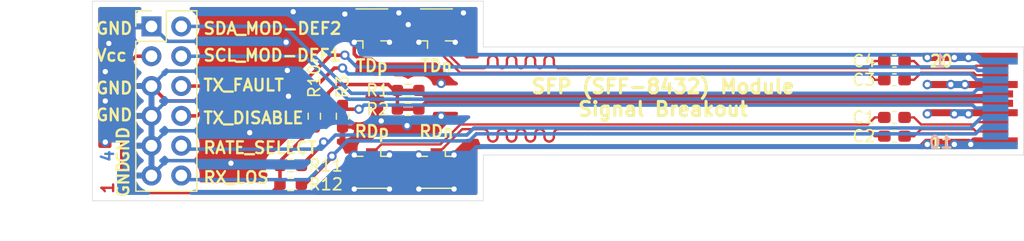
<source format=kicad_pcb>
(kicad_pcb (version 20221018) (generator pcbnew)
  (title_block (title "SFP Plug Breakout") (date "2024-02-28") (rev "0.1") (company "mwrnd") (comment 1 "github.com/mwrnd/SFP_Plug_Breakout"))
  (layers (0 "F.Cu" signal) (1 "In1.Cu" power) (2 "In2.Cu" power) (31 "B.Cu" signal) (35 "F.Paste" user) (36 "B.SilkS" user "B.Silkscreen") (37 "F.SilkS" user "F.Silkscreen") (38 "B.Mask" user) (39 "F.Mask" user) (44 "Edge.Cuts" user))
  (net 0 "")
  (net 1 "RD_P")
  (net 2 "GND")
  (net 3 "RD_N")
  (net 4 "TD_P")
  (net 5 "TD_N")
  (net 6 "RX_LOS")
  (net 7 "TX_DISABLE")
  (net 8 "SDA_MOD-DEF2")
  (net 9 "SCL_MOD-DEF1")
  (net 10 "Rate-Select")
  (net 12 "/R_N")
  (net 13 "/R_P")
  (net 14 "/T_P")
  (net 15 "/T_N")
  (net 16 "VCC")
  (net 17 "TX_FAULT")
  (net 18 "/MOD-DEF0")
  (footprint "Capacitor_SMD:C_0603_1608Metric_Pad1.08x0.95mm_HandSolder" (layer "F.Cu") (at 112 101.4 180)
    (fp_text reference "C1" (at 2.6 0) (layer "F.SilkS"))
    (fp_text value "u01")
    (fp_line (start -0.146267 -0.51) (end 0.146267 -0.51) (stroke (width 0.12)) (layer "F.SilkS"))
    (fp_line (start -0.146267 0.51) (end 0.146267 0.51) (stroke (width 0.12)) (layer "F.SilkS"))
    (pad "1" smd roundrect (at -0.8625 0 180) (size 1.075 0.95) (layers "F.Cu" "F.Paste" "F.Mask") (net 13 "/R_P"))
    (pad "2" smd roundrect (at 0.8625 0 180) (size 1.075 0.95) (layers "F.Cu" "F.Paste" "F.Mask") (net 1 "RD_P"))
  )
  (footprint "Capacitor_SMD:C_0603_1608Metric_Pad1.08x0.95mm_HandSolder" (layer "F.Cu") (at 112 103 180)
    (fp_text reference "C2" (at 2.6 0) (layer "F.SilkS"))
    (fp_text value "u01")
    (fp_line (start -0.146267 -0.51) (end 0.146267 -0.51) (stroke (width 0.12)) (layer "F.SilkS"))
    (fp_line (start -0.146267 0.51) (end 0.146267 0.51) (stroke (width 0.12)) (layer "F.SilkS"))
    (pad "1" smd roundrect (at -0.8625 0 180) (size 1.075 0.95) (layers "F.Cu" "F.Paste" "F.Mask") (net 12 "/R_N"))
    (pad "2" smd roundrect (at 0.8625 0 180) (size 1.075 0.95) (layers "F.Cu" "F.Paste" "F.Mask") (net 3 "RD_N"))
  )
  (footprint "U.FL_w_Label:U.FL_Hirose_w_Label" (layer "F.Cu") (at 73 105.6 -90)
    (fp_text reference "J3")
    (fp_text value "RDn" (at -3 0) (layer "F.SilkS") (effects (font (thickness 0.2) bold)))
    (fp_line (start -0.885 -1.4) (end -0.885 -0.76) (stroke (width 0.12)) (layer "F.SilkS"))
    (fp_line (start -0.885 -0.76) (end -1.515 -0.76) (stroke (width 0.12)) (layer "F.SilkS"))
    (fp_line (start -0.885 1.4) (end -0.885 0.76) (stroke (width 0.12)) (layer "F.SilkS"))
    (fp_line (start 1.835 -1.35) (end 1.835 1.35) (stroke (width 0.12)) (layer "F.SilkS"))
    (pad "1" smd rect (at -1.05 0 270) (size 1.05 1) (layers "F.Cu" "F.Paste" "F.Mask") (net 3 "RD_N"))
    (pad "2" smd rect (at 0.475 -1.475 270) (size 2.2 1.05) (layers "F.Cu" "F.Paste" "F.Mask") (net 2 "GND"))
    (pad "2" smd rect (at 0.475 1.475 270) (size 2.2 1.05) (layers "F.Cu" "F.Paste" "F.Mask") (net 2 "GND"))
  )
  (footprint "U.FL_w_Label:U.FL_Hirose_w_Label" (layer "F.Cu") (at 67.5 105.6 -90)
    (fp_text reference "J2")
    (fp_text value "RDp" (at -3 0) (layer "F.SilkS") (effects (font (thickness 0.2) bold)))
    (fp_line (start -0.885 -1.4) (end -0.885 -0.76) (stroke (width 0.12)) (layer "F.SilkS"))
    (fp_line (start -0.885 -0.76) (end -1.515 -0.76) (stroke (width 0.12)) (layer "F.SilkS"))
    (fp_line (start -0.885 1.4) (end -0.885 0.76) (stroke (width 0.12)) (layer "F.SilkS"))
    (fp_line (start 1.835 -1.35) (end 1.835 1.35) (stroke (width 0.12)) (layer "F.SilkS"))
    (pad "1" smd rect (at -1.05 0 270) (size 1.05 1) (layers "F.Cu" "F.Paste" "F.Mask") (net 1 "RD_P"))
    (pad "2" smd rect (at 0.475 -1.475 270) (size 2.2 1.05) (layers "F.Cu" "F.Paste" "F.Mask") (net 2 "GND"))
    (pad "2" smd rect (at 0.475 1.475 270) (size 2.2 1.05) (layers "F.Cu" "F.Paste" "F.Mask") (net 2 "GND"))
  )
  (footprint "Capacitor_SMD:C_0603_1608Metric_Pad1.08x0.95mm_HandSolder" (layer "F.Cu") (at 112 98.2 180)
    (fp_text reference "C3" (at 2.6 0) (layer "F.SilkS"))
    (fp_text value "u01")
    (fp_line (start -0.146267 -0.51) (end 0.146267 -0.51) (stroke (width 0.12)) (layer "F.SilkS"))
    (fp_line (start -0.146267 0.51) (end 0.146267 0.51) (stroke (width 0.12)) (layer "F.SilkS"))
    (pad "1" smd roundrect (at -0.8625 0 180) (size 1.075 0.95) (layers "F.Cu" "F.Paste" "F.Mask") (net 14 "/T_P"))
    (pad "2" smd roundrect (at 0.8625 0 180) (size 1.075 0.95) (layers "F.Cu" "F.Paste" "F.Mask") (net 4 "TD_P"))
  )
  (footprint "SFP_Plug:SFP_Plug" (layer "F.Cu") (at 119.5 100)
    (fp_text reference "J1" hide)
    (fp_text value "SFP+" hide)
    (fp_text user "10" (at -2.5 4.1 unlocked) (layer "B.SilkS") (effects (font (thickness 0.2) bold) (justify left bottom mirror)))
    (fp_text user "1" (at -3 -2.8 unlocked) (layer "B.SilkS") (effects (font (thickness 0.2) bold) (justify left bottom mirror)))
    (fp_text user "11" (at -4.6 4.1 unlocked) (layer "F.SilkS") (effects (font (thickness 0.2) bold) (justify left bottom)))
    (fp_text user "20" (at -4.6 -2.8 unlocked) (layer "F.SilkS") (effects (font (thickness 0.2) bold) (justify left bottom)))
    (fp_line (start 3.5 -4.6) (end -42.5 -4.6) (stroke (width 0.05)) (layer "Edge.Cuts"))
    (fp_line (start 3.5 4.6) (end -42.5 4.6) (stroke (width 0.05)) (layer "Edge.Cuts"))
    (fp_line (start 3.5 4.6) (end 3.5 -4.6) (stroke (width 0.05)) (layer "Edge.Cuts"))
    (pad "1" smd rect (at 1.5 -3.4) (size 3 0.6) (layers "B.Cu" "B.Mask") (net 2 "GND"))
    (pad "2" smd rect (at 1.1 -2.6) (size 2.2 0.6) (layers "B.Cu" "B.Mask") (net 17 "TX_FAULT"))
    (pad "3" smd rect (at 1.1 -1.8) (size 2.2 0.6) (layers "B.Cu" "B.Mask") (net 7 "TX_DISABLE"))
    (pad "4" smd rect (at 1.1 -1) (size 2.2 0.6) (layers "B.Cu" "B.Mask") (net 8 "SDA_MOD-DEF2"))
    (pad "5" smd rect (at 1.1 -0.2) (size 2.2 0.6) (layers "B.Cu" "B.Mask") (net 9 "SCL_MOD-DEF1"))
    (pad "6" smd rect (at 1.1 0.6) (size 2.2 0.6) (layers "B.Cu" "B.Mask") (net 18 "/MOD-DEF0"))
    (pad "7" smd rect (at 1.1 1.4) (size 2.2 0.6) (layers "B.Cu" "B.Mask") (net 10 "Rate-Select"))
    (pad "8" smd rect (at 1.1 2.2) (size 2.2 0.6) (layers "B.Cu" "B.Mask") (net 6 "RX_LOS"))
    (pad "9" smd rect (at 1.1 3) (size 2.2 0.6) (layers "B.Cu" "B.Mask"))
    (pad "10" smd rect (at 1.5 3.8) (size 3 0.6) (layers "B.Cu" "B.Mask") (net 2 "GND"))
    (pad "11" smd rect (at 1.5 3.4) (size 3 0.6) (layers "F.Cu" "F.Mask") (net 2 "GND"))
    (pad "12" smd rect (at 1.1 2.6) (size 2.2 0.6) (layers "F.Cu" "F.Mask") (net 12 "/R_N"))
    (pad "13" smd rect (at 1.1 1.8) (size 2.2 0.6) (layers "F.Cu" "F.Mask") (net 13 "/R_P"))
    (pad "14" smd rect (at 1.5 1) (size 3 0.6) (layers "F.Cu" "F.Mask") (net 2 "GND"))
    (pad "15" smd rect (at 1.3 0.2) (size 2.6 0.6) (layers "F.Cu" "F.Mask") (net 16 "VCC"))
    (pad "16" smd rect (at 1.3 -0.6) (size 2.6 0.6) (layers "F.Cu" "F.Mask") (net 16 "VCC"))
    (pad "17" smd rect (at 1.5 -1.4) (size 3 0.6) (layers "F.Cu" "F.Mask") (net 2 "GND"))
    (pad "18" smd rect (at 1.1 -2.2) (size 2.2 0.6) (layers "F.Cu" "F.Mask") (net 14 "/T_P"))
    (pad "19" smd rect (at 1.1 -3) (size 2.2 0.6) (layers "F.Cu" "F.Mask") (net 15 "/T_N"))
    (pad "20" smd rect (at 1.5 -3.8) (size 3 0.6) (layers "F.Cu" "F.Mask") (net 2 "GND"))
  )
  (footprint "U.FL_w_Label:U.FL_Hirose_w_Label" (layer "F.Cu") (at 73 94 90)
    (fp_text reference "J5")
    (fp_text value "TDn" (at -3 0) (layer "F.SilkS") (effects (font (thickness 0.2) bold)))
    (fp_line (start -0.885 -1.4) (end -0.885 -0.76) (stroke (width 0.12)) (layer "F.SilkS"))
    (fp_line (start -0.885 -0.76) (end -1.515 -0.76) (stroke (width 0.12)) (layer "F.SilkS"))
    (fp_line (start -0.885 1.4) (end -0.885 0.76) (stroke (width 0.12)) (layer "F.SilkS"))
    (fp_line (start 1.835 -1.35) (end 1.835 1.35) (stroke (width 0.12)) (layer "F.SilkS"))
    (pad "1" smd rect (at -1.05 0 90) (size 1.05 1) (layers "F.Cu" "F.Paste" "F.Mask") (net 5 "TD_N"))
    (pad "2" smd rect (at 0.475 -1.475 90) (size 2.2 1.05) (layers "F.Cu" "F.Paste" "F.Mask") (net 2 "GND"))
    (pad "2" smd rect (at 0.475 1.475 90) (size 2.2 1.05) (layers "F.Cu" "F.Paste" "F.Mask") (net 2 "GND"))
  )
  (footprint "Resistor_SMD:R_0603_1608Metric_Pad0.98x0.95mm_HandSolder" (layer "F.Cu") (at 60.5875 105.5)
    (fp_text reference "R11" (at 2.9875 0) (layer "F.SilkS"))
    (fp_text value "10k")
    (fp_line (start -0.254724 -0.5225) (end 0.254724 -0.5225) (stroke (width 0.12)) (layer "F.SilkS"))
    (fp_line (start -0.254724 0.5225) (end 0.254724 0.5225) (stroke (width 0.12)) (layer "F.SilkS"))
    (pad "1" smd roundrect (at -0.9125 0) (size 0.975 0.95) (layers "F.Cu" "F.Paste" "F.Mask") (net 16 "VCC"))
    (pad "2" smd roundrect (at 0.9125 0) (size 0.975 0.95) (layers "F.Cu" "F.Paste" "F.Mask") (net 10 "Rate-Select"))
  )
  (footprint "Resistor_SMD:R_0603_1608Metric_Pad0.98x0.95mm_HandSolder" (layer "F.Cu") (at 62.6 101.3 90)
    (fp_text reference "R10" (at 3 0 90) (layer "F.SilkS"))
    (fp_text value "10k")
    (fp_line (start -0.254724 -0.5225) (end 0.254724 -0.5225) (stroke (width 0.12)) (layer "F.SilkS"))
    (fp_line (start -0.254724 0.5225) (end 0.254724 0.5225) (stroke (width 0.12)) (layer "F.SilkS"))
    (pad "1" smd roundrect (at -0.9125 0 90) (size 0.975 0.95) (layers "F.Cu" "F.Paste" "F.Mask") (net 16 "VCC"))
    (pad "2" smd roundrect (at 0.9125 0 90) (size 0.975 0.95) (layers "F.Cu" "F.Paste" "F.Mask") (net 7 "TX_DISABLE"))
  )
  (footprint "Capacitor_SMD:C_0603_1608Metric_Pad1.08x0.95mm_HandSolder" (layer "F.Cu") (at 112 96.6 180)
    (fp_text reference "C4" (at 2.6 0) (layer "F.SilkS"))
    (fp_text value "u01")
    (fp_line (start -0.146267 -0.51) (end 0.146267 -0.51) (stroke (width 0.12)) (layer "F.SilkS"))
    (fp_line (start -0.146267 0.51) (end 0.146267 0.51) (stroke (width 0.12)) (layer "F.SilkS"))
    (pad "1" smd roundrect (at -0.8625 0 180) (size 1.075 0.95) (layers "F.Cu" "F.Paste" "F.Mask") (net 15 "/T_N"))
    (pad "2" smd roundrect (at 0.8625 0 180) (size 1.075 0.95) (layers "F.Cu" "F.Paste" "F.Mask") (net 5 "TD_N"))
  )
  (footprint "Resistor_SMD:R_0603_1608Metric_Pad0.98x0.95mm_HandSolder" (layer "F.Cu") (at 65 101.3 -90)
    (fp_text reference "R3" (at -2.5 0 90) (layer "F.SilkS"))
    (fp_text value "0")
    (fp_line (start -0.254724 -0.5225) (end 0.254724 -0.5225) (stroke (width 0.12)) (layer "F.SilkS"))
    (fp_line (start -0.254724 0.5225) (end 0.254724 0.5225) (stroke (width 0.12)) (layer "F.SilkS"))
    (pad "1" smd roundrect (at -0.9125 0 270) (size 0.975 0.95) (layers "F.Cu" "F.Paste" "F.Mask") (net 18 "/MOD-DEF0"))
    (pad "2" smd roundrect (at 0.9125 0 270) (size 0.975 0.95) (layers "F.Cu" "F.Paste" "F.Mask") (net 2 "GND"))
  )
  (footprint "Resistor_SMD:R_0603_1608Metric_Pad0.98x0.95mm_HandSolder" (layer "F.Cu") (at 60.5875 107.1)
    (fp_text reference "R12" (at 3 0) (layer "F.SilkS"))
    (fp_text value "10k")
    (fp_line (start -0.254724 -0.5225) (end 0.254724 -0.5225) (stroke (width 0.12)) (layer "F.SilkS"))
    (fp_line (start -0.254724 0.5225) (end 0.254724 0.5225) (stroke (width 0.12)) (layer "F.SilkS"))
    (pad "1" smd roundrect (at -0.9125 0) (size 0.975 0.95) (layers "F.Cu" "F.Paste" "F.Mask") (net 16 "VCC"))
    (pad "2" smd roundrect (at 0.9125 0) (size 0.975 0.95) (layers "F.Cu" "F.Paste" "F.Mask") (net 6 "RX_LOS"))
  )
  (footprint "U.FL_w_Label:U.FL_Hirose_w_Label" (layer "F.Cu") (at 67.5 94 90)
    (fp_text reference "J4")
    (fp_text value "TDp" (at -3 0) (layer "F.SilkS") (effects (font (thickness 0.2) bold)))
    (fp_line (start -0.885 -1.4) (end -0.885 -0.76) (stroke (width 0.12)) (layer "F.SilkS"))
    (fp_line (start -0.885 -0.76) (end -1.515 -0.76) (stroke (width 0.12)) (layer "F.SilkS"))
    (fp_line (start -0.885 1.4) (end -0.885 0.76) (stroke (width 0.12)) (layer "F.SilkS"))
    (fp_line (start 1.835 -1.35) (end 1.835 1.35) (stroke (width 0.12)) (layer "F.SilkS"))
    (pad "1" smd rect (at -1.05 0 90) (size 1.05 1) (layers "F.Cu" "F.Paste" "F.Mask") (net 4 "TD_P"))
    (pad "2" smd rect (at 0.475 -1.475 90) (size 2.2 1.05) (layers "F.Cu" "F.Paste" "F.Mask") (net 2 "GND"))
    (pad "2" smd rect (at 0.475 1.475 90) (size 2.2 1.05) (layers "F.Cu" "F.Paste" "F.Mask") (net 2 "GND"))
  )
  (footprint "Resistor_SMD:R_0603_1608Metric_Pad0.98x0.95mm_HandSolder" (layer "F.Cu") (at 70.5875 100.7)
    (fp_text reference "R2" (at -2.5875 0) (layer "F.SilkS"))
    (fp_text value "0")
    (fp_line (start -0.254724 -0.5225) (end 0.254724 -0.5225) (stroke (width 0.12)) (layer "F.SilkS"))
    (fp_line (start -0.254724 0.5225) (end 0.254724 0.5225) (stroke (width 0.12)) (layer "F.SilkS"))
    (pad "1" smd roundrect (at -0.9125 0) (size 0.975 0.95) (layers "F.Cu" "F.Paste" "F.Mask") (net 16 "VCC"))
    (pad "2" smd roundrect (at 0.9125 0) (size 0.975 0.95) (layers "F.Cu" "F.Paste" "F.Mask") (net 16 "VCC"))
  )
  (footprint "Resistor_SMD:R_0603_1608Metric_Pad0.98x0.95mm_HandSolder" (layer "F.Cu") (at 70.5875 99.1)
    (fp_text reference "R1" (at -2.5875 0) (layer "F.SilkS"))
    (fp_text value "0")
    (fp_line (start -0.254724 -0.5225) (end 0.254724 -0.5225) (stroke (width 0.12)) (layer "F.SilkS"))
    (fp_line (start -0.254724 0.5225) (end 0.254724 0.5225) (stroke (width 0.12)) (layer "F.SilkS"))
    (pad "1" smd roundrect (at -0.9125 0) (size 0.975 0.95) (layers "F.Cu" "F.Paste" "F.Mask") (net 16 "VCC"))
    (pad "2" smd roundrect (at 0.9125 0) (size 0.975 0.95) (layers "F.Cu" "F.Paste" "F.Mask") (net 16 "VCC"))
  )
  (footprint "Connector_PinHeader_2.54mm:PinHeader_2x06_P2.54mm_Vertical" (layer "F.Cu") (at 50 100)
    (fp_text reference "J6" hide)
    (fp_text value "Conn_02x06_Odd_Even" hide)
    (fp_text user "RX_LOS" (at 3.048 7.112 unlocked) (layer "F.SilkS") (effects (font (thickness 0.2) bold) (justify left bottom)))
    (fp_text user "SDA_MOD-DEF2" (at 3.048 -5.588 unlocked) (layer "F.SilkS") (effects (font (thickness 0.2) bold) (justify left bottom)))
    (fp_text user "GND" (at -6.096 -5.588 unlocked) (layer "F.SilkS") (effects (font (thickness 0.2) bold) (justify left bottom)))
    (fp_text user "GND" (at -6.096 1.778 unlocked) (layer "F.SilkS") (effects (font (thickness 0.2) bold) (justify left bottom)))
    (fp_text user "TX_DISABLE" (at 3.048 2.032 unlocked) (layer "F.SilkS") (effects (font (thickness 0.2) bold) (justify left bottom)))
    (fp_text user "TX_FAULT" (at 3.048 -0.762 unlocked) (layer "F.SilkS") (effects (font (thickness 0.2) bold) (justify left bottom)))
    (fp_text user "GND" (at -3.1 5.4 90 unlocked) (layer "F.SilkS") (effects (font (thickness 0.2) bold) (justify left bottom)))
    (fp_text user "GND" (at -3.1 8.3 90 unlocked) (layer "F.SilkS") (effects (font (thickness 0.2) bold) (justify left bottom)))
    (fp_text user "GND" (at -6.096 -0.508 unlocked) (layer "F.SilkS") (effects (font (thickness 0.2) bold) (justify left bottom)))
    (fp_text user "RATE_SELECT" (at 3.048 4.572 unlocked) (layer "F.SilkS") (effects (font (thickness 0.2) bold) (justify left bottom)))
    (fp_text user "Vcc" (at -6.096 -3.302 unlocked) (layer "F.SilkS") (effects (font (thickness 0.2) bold) (justify left bottom)))
    (fp_text user "SCL_MOD-DEF1" (at 3.048 -3.302 unlocked) (layer "F.SilkS") (effects (font (thickness 0.2) bold) (justify left bottom)))
    (fp_line (start -2.6 -7.68) (end -1.27 -7.68) (stroke (width 0.12)) (layer "F.SilkS"))
    (fp_line (start -2.6 -6.35) (end -2.6 -7.68) (stroke (width 0.12)) (layer "F.SilkS"))
    (fp_line (start -2.6 -5.08) (end -2.6 7.68) (stroke (width 0.12)) (layer "F.SilkS"))
    (fp_line (start -2.6 -5.08) (end 0 -5.08) (stroke (width 0.12)) (layer "F.SilkS"))
    (fp_line (start -2.6 7.68) (end 2.6 7.68) (stroke (width 0.12)) (layer "F.SilkS"))
    (fp_line (start 0 -7.68) (end 2.6 -7.68) (stroke (width 0.12)) (layer "F.SilkS"))
    (fp_line (start 0 -5.08) (end 0 -7.68) (stroke (width 0.12)) (layer "F.SilkS"))
    (fp_line (start 2.6 -7.68) (end 2.6 7.68) (stroke (width 0.12)) (layer "F.SilkS"))
    (pad "1" thru_hole rect (at -1.27 -6.35) (size 1.7 1.7) (drill 1) (layers "*.Cu" "*.Mask") (net 2 "GND"))
    (pad "2" thru_hole oval (at 1.27 -6.35) (size 1.7 1.7) (drill 1) (layers "*.Cu" "*.Mask") (net 8 "SDA_MOD-DEF2"))
    (pad "3" thru_hole oval (at -1.27 -3.81) (size 1.7 1.7) (drill 1) (layers "*.Cu" "*.Mask") (net 16 "VCC"))
    (pad "4" thru_hole oval (at 1.27 -3.81) (size 1.7 1.7) (drill 1) (layers "*.Cu" "*.Mask") (net 9 "SCL_MOD-DEF1"))
    (pad "5" thru_hole oval (at -1.27 -1.27) (size 1.7 1.7) (drill 1) (layers "*.Cu" "*.Mask") (net 2 "GND"))
    (pad "6" thru_hole oval (at 1.27 -1.27) (size 1.7 1.7) (drill 1) (layers "*.Cu" "*.Mask") (net 17 "TX_FAULT"))
    (pad "7" thru_hole oval (at -1.27 1.27) (size 1.7 1.7) (drill 1) (layers "*.Cu" "*.Mask") (net 2 "GND"))
    (pad "8" thru_hole oval (at 1.27 1.27) (size 1.7 1.7) (drill 1) (layers "*.Cu" "*.Mask") (net 7 "TX_DISABLE"))
    (pad "9" thru_hole oval (at -1.27 3.81) (size 1.7 1.7) (drill 1) (layers "*.Cu" "*.Mask") (net 2 "GND"))
    (pad "10" thru_hole oval (at 1.27 3.81) (size 1.7 1.7) (drill 1) (layers "*.Cu" "*.Mask") (net 10 "Rate-Select"))
    (pad "11" thru_hole oval (at -1.27 6.35) (size 1.7 1.7) (drill 1) (layers "*.Cu" "*.Mask") (net 2 "GND"))
    (pad "12" thru_hole oval (at 1.27 6.35) (size 1.7 1.7) (drill 1) (layers "*.Cu" "*.Mask") (net 6 "RX_LOS"))
  )
  (gr_line (start 77 108.5) (end 77 104.6) (stroke (width 0.05)) (layer "Edge.Cuts"))
  (gr_line (start 77 91.5) (end 43.7 91.5) (stroke (width 0.05)) (layer "Edge.Cuts"))
  (gr_line (start 43.7 91.5) (end 43.7 108.5) (stroke (width 0.05)) (layer "Edge.Cuts"))
  (gr_line (start 43.7 108.5) (end 77 108.5) (stroke (width 0.05)) (layer "Edge.Cuts"))
  (gr_line (start 77 95.4) (end 77 91.5) (stroke (width 0.05)) (layer "Edge.Cuts"))
  (gr_text "1" (at 45.6 108 90) (layer "F.Cu") (effects (font (size 1 1) (thickness 0.2) bold) (justify left bottom)))
  (gr_text "4" (at 45.6 105.3 90) (layer "B.Cu") (effects (font (size 1 1) (thickness 0.2) bold) (justify left bottom)))
  (gr_text "SFP (SFF-8432) Module\nSignal Breakout" (at 92.3 101.4) (layer "F.SilkS") (effects (font (size 1.2 1.2) (thickness 0.26) bold) (justify bottom)))
  (segment (start 75.034314 102) (end 109.731249 102) (width 0.2) (layer "F.Cu") (net 1))
  (segment (start 109.731249 102) (end 110.331249 101.4) (width 0.2) (layer "F.Cu") (net 1))
  (segment (start 110.331249 101.4) (end 111.1375 101.4) (width 0.2) (layer "F.Cu") (net 1))
  (segment (start 67.5 104.5) (end 68.3 103.7) (width 0.2) (layer "F.Cu") (net 1))
  (segment (start 73.334314 103.7) (end 75.034314 102) (width 0.2) (layer "F.Cu") (net 1))
  (segment (start 67.5 104.55) (end 67.5 104.5) (width 0.2) (layer "F.Cu") (net 1))
  (segment (start 67.5 104.95) (end 67.5 104.9) (width 0.2) (layer "F.Cu") (net 1))
  (segment (start 68.3 103.7) (end 73.334314 103.7) (width 0.2) (layer "F.Cu") (net 1))
  (segment (start 65 102.2125) (end 65 103.6) (width 0.3) (layer "F.Cu") (net 2))
  (segment (start 68.975 106.075) (end 68.975 104.625) (width 0.3) (layer "F.Cu") (net 2))
  (segment (start 74.475 106.075) (end 74.475 107.475) (width 0.3) (layer "F.Cu") (net 2))
  (segment (start 66.025 93.425) (end 65.2 92.6) (width 0.3) (layer "F.Cu") (net 2))
  (segment (start 118.8 96.2) (end 118.4 96.2) (width 0.6) (layer "F.Cu") (net 2))
  (segment (start 52.8 100) (end 50 100) (width 0.3) (layer "F.Cu") (net 2))
  (segment (start 67.7875 102.2125) (end 68.3 101.7) (width 0.3) (layer "F.Cu") (net 2))
  (segment (start 121 103.4) (end 118.8 103.4) (width 0.6) (layer "F.Cu") (net 2))
  (segment (start 117.1 96.3) (end 116.3 96.3) (width 0.6) (layer "F.Cu") (net 2))
  (segment (start 72.6 102.1) (end 73.4 101.3) (width 0.3) (layer "F.Cu") (net 2))
  (segment (start 44.8 97.5) (end 44.8 100) (width 0.3) (layer "F.Cu") (net 2))
  (segment (start 74.475 107.475) (end 74.5 107.5) (width 0.3) (layer "F.Cu") (net 2))
  (segment (start 60.8 94.4) (end 60.2 95) (width 0.3) (layer "F.Cu") (net 2))
  (segment (start 50 100) (end 48.73 98.73) (width 0.3) (layer "F.Cu") (net 2))
  (segment (start 66.025 107.475) (end 66 107.5) (width 0.3) (layer "F.Cu") (net 2))
  (segment (start 68.5 101.9) (end 70.3 101.9) (width 0.3) (layer "F.Cu") (net 2))
  (segment (start 68.975 93.525) (end 68.975 94.975) (width 0.3) (layer "F.Cu") (net 2))
  (segment (start 70.5 102.1) (end 72.6 102.1) (width 0.3) (layer "F.Cu") (net 2))
  (segment (start 68.975 107.475) (end 69 107.5) (width 0.3) (layer "F.Cu") (net 2))
  (segment (start 46.55 93.65) (end 45.1 95.1) (width 0.3) (layer "F.Cu") (net 2))
  (segment (start 74.475 93.525) (end 74.475 93.325) (width 0.3) (layer "F.Cu") (net 2))
  (segment (start 114.8 98.6) (end 116.8 98.6) (width 0.6) (layer "F.Cu") (net 2))
  (segment (start 68.3 101.7) (end 68.5 101.9) (width 0.3) (layer "F.Cu") (net 2))
  (segment (start 66.025 93.525) (end 66.025 93.425) (width 0.3) (layer "F.Cu") (net 2))
  (segment (start 60.2 97.3) (end 60.3 97.4) (width 0.3) (layer "F.Cu") (net 2))
  (segment (start 121 98.6) (end 118 98.6) (width 0.6) (layer "F.Cu") (net 2))
  (segment (start 65.2 92.6) (end 61 92.6) (width 0.3) (layer "F.Cu") (net 2))
  (segment (start 68.975 93.325) (end 69.8 92.5) (width 0.3) (layer "F.Cu") (net 2))
  (segment (start 71.525 106.075) (end 71.525 107.475) (width 0.3) (layer "F.Cu") (net 2))
  (segment (start 57.1 103.7) (end 55.5 105.3) (width 0.3) (layer "F.Cu") (net 2))
  (segment (start 66.025 94.975) (end 66 95) (width 0.3) (layer "F.Cu") (net 2))
  (segment (start 118.8 96.2) (end 121 96.2) (width 0.6) (layer "F.Cu") (net 2))
  (segment (start 70.3 101.9) (end 70.5 102.1) (width 0.3) (layer "F.Cu") (net 2))
  (segment (start 65 102.2125) (end 67.7875 102.2125) (width 0.3) (layer "F.Cu") (net 2))
  (segment (start 53.3 99.5) (end 52.8 100) (width 0.3) (layer "F.Cu") (net 2))
  (segment (start 68.975 93.525) (end 68.975 93.325) (width 0.3) (layer "F.Cu") (net 2))
  (segment (start 74.475 104.625) (end 74.5 104.6) (width 0.3) (layer "F.Cu") (net 2))
  (segment (start 71.525 107.475) (end 71.5 107.5) (width 0.3) (layer "F.Cu") (net 2))
  (segment (start 60.2 95) (end 60.2 97.3) (width 0.3) (layer "F.Cu") (net 2))
  (segment (start 71.525 94.975) (end 71.5 95) (width 0.3) (layer "F.Cu") (net 2))
  (segment (start 66.025 106.075) (end 66.025 104.625) (width 0.3) (layer "F.Cu") (net 2))
  (segment (start 74.475 94.875) (end 74.6 95) (width 0.3) (layer "F.Cu") (net 2))
  (segment (start 66.025 93.525) (end 66.025 94.975) (width 0.3) (layer "F.Cu") (net 2))
  (segment (start 118.4 96.2) (end 118.3 96.3) (width 0.6) (layer "F.Cu") (net 2))
  (segment (start 71.5 106.05) (end 71.525 106.075) (width 0.3) (layer "F.Cu") (net 2))
  (segment (start 70.625 93.525) (end 70.6 93.5) (width 0.3) (layer "F.Cu") (net 2))
  (segment (start 116.3 96.3) (end 114.8 96.3) (width 0.6) (layer "F.Cu") (net 2))
  (segment (start 66 96) (end 67.7 97.7) (width 0.3) (layer "F.Cu") (net 2))
  (segment (start 66.025 106.075) (end 66.025 107.475) (width 0.3) (layer "F.Cu") (net 2))
  (segment (start 68.975 104.625) (end 69 104.6) (width 0.3) (layer "F.Cu") (net 2))
  (segment (start 118.8 103.4) (end 118.5 103.7) (width 0.6) (layer "F.Cu") (net 2))
  (segment (start 60.3 99.5) (end 53.3 99.5) (width 0.3) (layer "F.Cu") (net 2))
  (segment (start 68.975 94.975) (end 69 95) (width 0.3) (layer "F.Cu") (net 2))
  (segment (start 74.475 93.325) (end 75.3 92.5) (width 0.3) (layer "F.Cu") (net 2))
  (segment (start 72.6 97.7) (end 73.4 98.5) (width 0.3) (layer "F.Cu") (net 2))
  (segment (start 66 95) (end 66 96) (width 0.3) (layer "F.Cu") (net 2))
  (segment (start 61 92.6) (end 60.8 92.4) (width 0.3) (layer "F.Cu") (net 2))
  (segment (start 60.8 92.4) (end 60.8 94.4) (width 0.3) (layer "F.Cu") (net 2))
  (segment (start 121 101) (end 118.3 101) (width 0.6) (layer "F.Cu") (net 2))
  (segment (start 71.525 93.525) (end 71.525 94.975) (width 0.3) (layer "F.Cu") (net 2))
  (segment (start 65 103.6) (end 66 104.6) (width 0.3) (layer "F.Cu") (net 2))
  (segment (start 117.1 101) (end 114.8 101) (width 0.6) (layer "F.Cu") (net 2))
  (segment (start 67.7 97.7) (end 72.6 97.7) (width 0.3) (layer "F.Cu") (net 2))
  (segment (start 68.975 106.075) (end 68.975 107.475) (width 0.3) (layer "F.Cu") (net 2))
  (segment (start 74.475 93.525) (end 74.475 94.875) (width 0.3) (layer "F.Cu") (net 2))
  (segment (start 71.525 93.525) (end 70.625 93.525) (width 0.3) (layer "F.Cu") (net 2))
  (segment (start 60.4 99.6) (end 60.3 99.5) (width 0.3) (layer "F.Cu") (net 2))
  (segment (start 57.1 102.7) (end 57.1 103.7) (width 0.3) (layer "F.Cu") (net 2))
  (segment (start 66.025 104.625) (end 66 104.6) (width 0.3) (layer "F.Cu") (net 2))
  (segment (start 71.5 104.6) (end 71.5 106.05) (width 0.3) (layer "F.Cu") (net 2))
  (segment (start 74.475 106.075) (end 74.475 104.625) (width 0.3) (layer "F.Cu") (net 2))
  (segment (start 48.73 93.65) (end 46.55 93.65) (width 0.3) (layer "F.Cu") (net 2))
  (via (at 114.8 96.3) (size 0.8) (drill 0.45) (layers "F.Cu" "B.Cu") (net 2))
  (via (at 69 104.6) (size 0.8) (drill 0.45) (layers "F.Cu" "B.Cu") (net 2))
  (via (at 68.3 101.7) (size 0.8) (drill 0.45) (layers "F.Cu" "B.Cu") (net 2))
  (via (at 66 95) (size 0.8) (drill 0.45) (layers "F.Cu" "B.Cu") (net 2))
  (via (at 117.1 101.1) (size 0.8) (drill 0.45) (layers "F.Cu" "B.Cu") (net 2))
  (via (at 45.1 95.1) (size 0.8) (drill 0.45) (layers "F.Cu" "B.Cu") (net 2))
  (via (at 71.5 104.6) (size 0.8) (drill 0.45) (layers "F.Cu" "B.Cu") (net 2))
  (via (at 73.4 101.3) (size 0.8) (drill 0.45) (layers "F.Cu" "B.Cu") (net 2))
  (via (at 44.8 103.5) (size 0.8) (drill 0.45) (layers "F.Cu" "B.Cu") (net 2))
  (via (at 118.3 96.3) (size 0.8) (drill 0.45) (layers "F.Cu" "B.Cu") (net 2))
  (via (at 114.8 101.1) (size 0.8) (drill 0.45) (layers "F.Cu" "B.Cu") (net 2))
  (via (at 118 98.6) (size 0.8) (drill 0.45) (layers "F.Cu" "B.Cu") (net 2))
  (via (at 73.4 98.5) (size 0.8) (drill 0.45) (layers "F.Cu" "B.Cu") (net 2))
  (via (at 60.4 99.6) (size 0.8) (drill 0.45) (layers "F.Cu" "B.Cu") (net 2))
  (via (at 74.5 107.5) (size 0.8) (drill 0.45) (layers "F.Cu" "B.Cu") (net 2))
  (via (at 114.8 103.7) (size 0.8) (drill 0.45) (layers "F.Cu" "B.Cu") (net 2))
  (via (at 65.2 92.6) (size 0.8) (drill 0.45) (layers "F.Cu" "B.Cu") (net 2))
  (via (at 118.5 103.7) (size 0.8) (drill 0.45) (layers "F.Cu" "B.Cu") (net 2))
  (via (at 60.3 97.4) (size 0.8) (drill 0.45) (layers "F.Cu" "B.Cu") (net 2))
  (via (at 116.8 98.6) (size 0.8) (drill 0.45) (layers "F.Cu" "B.Cu") (net 2))
  (via (at 117.1 103.7) (size 0.8) (drill 0.45) (layers "F.Cu" "B.Cu") (net 2))
  (via (at 60.2 95) (size 0.8) (drill 0.45) (layers "F.Cu" "B.Cu") (net 2))
  (via (at 71.5 107.5) (size 0.8) (drill 0.45) (layers "F.Cu" "B.Cu") (net 2))
  (via (at 44.8 100) (size 0.8) (drill 0.45) (layers "F.Cu" "B.Cu") (net 2))
  (via (at 71.5 95) (size 0.8) (drill 0.45) (layers "F.Cu" "B.Cu") (net 2))
  (via (at 44.8 97.5) (size 0.8) (drill 0.45) (layers "F.Cu" "B.Cu") (net 2))
  (via (at 114.8 98.6) (size 0.8) (drill 0.45) (layers "F.Cu" "B.Cu") (net 2))
  (via (at 60.8 92.4) (size 0.8) (drill 0.45) (layers "F.Cu" "B.Cu") (net 2))
  (via (at 74.6 95) (size 0.8) (drill 0.45) (layers "F.Cu" "B.Cu") (net 2))
  (via (at 75.3 92.5) (size 0.8) (drill 0.45) (layers "F.Cu" "B.Cu") (net 2))
  (via (at 69 95) (size 0.8) (drill 0.45) (layers "F.Cu" "B.Cu") (net 2))
  (via (at 66 107.5) (size 0.8) (drill 0.45) (layers "F.Cu" "B.Cu") (net 2))
  (via (at 70.5 102.1) (size 0.8) (drill 0.45) (layers "F.Cu" "B.Cu") (net 2))
  (via (at 66 104.6) (size 0.8) (drill 0.45) (layers "F.Cu" "B.Cu") (net 2))
  (via (at 69 107.5) (size 0.8) (drill 0.45) (layers "F.Cu" "B.Cu") (net 2))
  (via (at 69.8 92.5) (size 0.8) (drill 0.45) (layers "F.Cu" "B.Cu") (net 2))
  (via (at 74.5 104.6) (size 0.8) (drill 0.45) (layers "F.Cu" "B.Cu") (net 2))
  (via (at 117.1 96.3) (size 0.8) (drill 0.45) (layers "F.Cu" "B.Cu") (net 2))
  (via (at 57.1 102.7) (size 0.8) (drill 0.45) (layers "F.Cu" "B.Cu") (net 2))
  (via (at 70.6 93.5) (size 0.8) (drill 0.45) (layers "F.Cu" "B.Cu") (net 2))
  (via (at 55.5 105.3) (size 0.8) (drill 0.45) (layers "F.Cu" "B.Cu") (net 2))
  (via (at 118.3 101.1) (size 0.8) (drill 0.45) (layers "F.Cu" "B.Cu") (net 2))
  (segment (start 114.5 103.7) (end 114.3 103.9) (width 0.3) (layer "B.Cu") (net 2))
  (segment (start 50.0002 97.4598) (end 60.2402 97.4598) (width 0.3) (layer "B.Cu") (net 2))
  (segment (start 118.3 101) (end 117.1 101) (width 0.6) (layer "B.Cu") (net 2))
  (segment (start 57.3 102.7) (end 57.1 102.7) (width 0.3) (layer "B.Cu") (net 2))
  (segment (start 55.2798 105.0798) (end 55.5 105.3) (width 0.3) (layer "B.Cu") (net 2))
  (segment (start 119.1 96.3) (end 119.4 96.6) (width 0.6) (layer "B.Cu") (net 2))
  (segment (start 48.73 103.81) (end 50.0002 102.5398) (width 0.3) (layer "B.Cu") (net 2))
  (segment (start 60.3 97.4) (end 60.3 99.5) (width 0.3) (layer "B.Cu") (net 2))
  (segment (start 45.1 97.2) (end 44.8 97.5) (width 0.3) (layer "B.Cu") (net 2))
  (segment (start 54.3998 99.9998) (end 57.1 102.7) (width 0.3) (layer "B.Cu") (net 2))
  (segment (start 48.73 93.65) (end 48.8444 93.65) (width 0.3) (layer "B.Cu") (net 2))
  (segment (start 48.73 101.27) (end 50.0002 99.9998) (width 0.3) (layer "B.Cu") (net 2))
  (segment (start 118.5 103.7) (end 117.1 103.7) (width 0.6) (layer "B.Cu") (net 2))
  (segment (start 74.6 95) (end 71.5 95) (width 0.3) (layer "B.Cu") (net 2))
  (segment (start 60.2402 97.4598) (end 60.3 97.4) (width 0.3) (layer "B.Cu") (net 2))
  (segment (start 45.1 95.1) (end 45.1 97.2) (width 0.3) (layer "B.Cu") (net 2))
  (segment (start 118.6 103.8) (end 121 103.8) (width 0.6) (layer "B.Cu") (net 2))
  (segment (start 76.4 103.9) (end 75.9 104.4) (width 0.3) (layer "B.Cu") (net 2))
  (segment (start 118.5 103.7) (end 118.6 103.8) (width 0.6) (layer "B.Cu") (net 2))
  (segment (start 119.4 96.6) (end 121 96.6) (width 0.6) (layer "B.Cu") (net 2))
  (segment (start 118.3 96.3) (end 119.1 96.3) (width 0.6) (layer "B.Cu") (net 2))
  (segment (start 50.0002 102.5398) (end 56.9398 102.5398) (width 0.3) (layer "B.Cu") (net 2))
  (segment (start 48.73 98.73) (end 50.0002 97.4598) (width 0.3) (layer "B.Cu") (net 2))
  (segment (start 44.8 100) (end 44.8 103.5) (width 0.3) (layer "B.Cu") (net 2))
  (segment (start 66 104.6) (end 69 104.6) (width 0.3) (layer "B.Cu") (net 2))
  (segment (start 114.8 103.7) (end 114.5 103.7) (width 0.3) (layer "B.Cu") (net 2))
  (segment (start 60.1198 94.9198) (end 60.2 95) (width 0.3) (layer "B.Cu") (net 2))
  (segment (start 50.0002 99.9998) (end 54.3998 99.9998) (width 0.3) (layer "B.Cu") (net 2))
  (segment (start 69 95) (end 71.5 95) (width 0.3) (layer "B.Cu") (net 2))
  (segment (start 50.0002 105.0798) (end 55.2798 105.0798) (width 0.3) (layer "B.Cu") (net 2))
  (segment (start 48.73 106.35) (end 50.0002 105.0798) (width 0.3) (layer "B.Cu") (net 2))
  (segment (start 50.1142 94.9198) (end 60.1198 94.9198) (width 0.3) (layer "B.Cu") (net 2))
  (segment (start 60.3 99.5) (end 60.4 99.6) (width 0.3) (layer "B.Cu") (net 2))
  (segment (start 66 95) (end 69 95) (width 0.3) (layer "B.Cu") (net 2))
  (segment (start 60.4 99.6) (end 57.3 102.7) (width 0.3) (layer "B.Cu") (net 2))
  (segment (start 69 104.6) (end 71.5 104.6) (width 0.3) (layer "B.Cu") (net 2))
  (segment (start 75.9 104.4) (end 74.7 104.4) (width 0.3) (layer "B.Cu") (net 2))
  (segment (start 48.8444 93.65) (end 50.1142 94.9198) (width 0.3) (layer "B.Cu") (net 2))
  (segment (start 116.8 98.6) (end 118 98.6) (width 0.6) (layer "B.Cu") (net 2))
  (segment (start 74.7 104.4) (end 74.5 104.6) (width 0.3) (layer "B.Cu") (net 2))
  (segment (start 118.3 96.3) (end 117.1 96.3) (width 0.6) (layer "B.Cu") (net 2))
  (segment (start 74.5 104.6) (end 71.5 104.6) (width 0.3) (layer "B.Cu") (net 2))
  (segment (start 114.3 103.9) (end 76.4 103.9) (width 0.3) (layer "B.Cu") (net 2))
  (segment (start 56.9398 102.5398) (end 57.1 102.7) (width 0.3) (layer "B.Cu") (net 2))
  (segment (start 73 104.55) (end 73.05 104.55) (width 0.2) (layer "F.Cu") (net 3))
  (segment (start 73 104.95) (end 73.032844 104.95) (width 0.2) (layer "F.Cu") (net 3))
  (segment (start 85.85 102.4) (end 109.731249 102.4) (width 0.2) (layer "F.Cu") (net 3))
  (segment (start 77.4 102.8) (end 77.4 103.055238) (width 0.2) (layer "F.Cu") (net 3))
  (segment (start 83 103.055238) (end 83 102.8) (width 0.2) (layer "F.Cu") (net 3))
  (segment (start 73.05 104.55) (end 75.2 102.4) (width 0.2) (layer "F.Cu") (net 3))
  (segment (start 79.8 103.055238) (end 79.8 102.8) (width 0.2) (layer "F.Cu") (net 3))
  (segment (start 75.2 102.4) (end 77 102.4) (width 0.2) (layer "F.Cu") (net 3))
  (segment (start 110.331249 103) (end 111.1375 103) (width 0.2) (layer "F.Cu") (net 3))
  (segment (start 109.731249 102.4) (end 110.331249 103) (width 0.2) (layer "F.Cu") (net 3))
  (segment (start 82.2 102.8) (end 82.2 103.055238) (width 0.2) (layer "F.Cu") (net 3))
  (segment (start 79 102.8) (end 79 103.055238) (width 0.2) (layer "F.Cu") (net 3))
  (segment (start 80.6 102.8) (end 80.6 103.055238) (width 0.2) (layer "F.Cu") (net 3))
  (segment (start 78.2 103.055238) (end 78.2 102.8) (width 0.2) (layer "F.Cu") (net 3))
  (segment (start 81.4 103.055238) (end 81.4 102.8) (width 0.2) (layer "F.Cu") (net 3))
  (segment (start 83.4 102.4) (end 85.85 102.4) (width 0.2) (layer "F.Cu") (net 3))
  (arc (start 79 103.055238) (mid 79.117157 103.338081) (end 79.4 103.455238) (width 0.2) (layer "F.Cu") (net 3))
  (arc (start 79.4 103.455238) (mid 79.682843 103.338081) (end 79.8 103.055238) (width 0.2) (layer "F.Cu") (net 3))
  (arc (start 78.2 102.8) (mid 78.317157 102.517157) (end 78.6 102.4) (width 0.2) (layer "F.Cu") (net 3))
  (arc (start 81.4 102.8) (mid 81.517157 102.517157) (end 81.8 102.4) (width 0.2) (layer "F.Cu") (net 3))
  (arc (start 79.8 102.8) (mid 79.917157 102.517157) (end 80.2 102.4) (width 0.2) (layer "F.Cu") (net 3))
  (arc (start 81 103.455238) (mid 81.282843 103.338081) (end 81.4 103.055238) (width 0.2) (layer "F.Cu") (net 3))
  (arc (start 82.6 103.455238) (mid 82.882843 103.338081) (end 83 103.055238) (width 0.2) (layer "F.Cu") (net 3))
  (arc (start 78.6 102.4) (mid 78.882843 102.517157) (end 79 102.8) (width 0.2) (layer "F.Cu") (net 3))
  (arc (start 77.8 103.455238) (mid 78.082843 103.338081) (end 78.2 103.055238) (width 0.2) (layer "F.Cu") (net 3))
  (arc (start 83 102.8) (mid 83.117157 102.517157) (end 83.4 102.4) (width 0.2) (layer "F.Cu") (net 3))
  (arc (start 77 102.4) (mid 77.282843 102.517157) (end 77.4 102.8) (width 0.2) (layer "F.Cu") (net 3))
  (arc (start 80.6 103.055238) (mid 80.717157 103.338081) (end 81 103.455238) (width 0.2) (layer "F.Cu") (net 3))
  (arc (start 81.8 102.4) (mid 82.082843 102.517157) (end 82.2 102.8) (width 0.2) (layer "F.Cu") (net 3))
  (arc (start 82.2 103.055238) (mid 82.317157 103.338081) (end 82.6 103.455238) (width 0.2) (layer "F.Cu") (net 3))
  (arc (start 77.4 103.055238) (mid 77.517157 103.338081) (end 77.8 103.455238) (width 0.2) (layer "F.Cu") (net 3))
  (arc (start 80.2 102.4) (mid 80.482843 102.517157) (end 80.6 102.8) (width 0.2) (layer "F.Cu") (net 3))
  (segment (start 68.3 95.9) (end 73.317156 95.9) (width 0.2) (layer "F.Cu") (net 4))
  (segment (start 73.317156 95.9) (end 75.017156 97.6) (width 0.2) (layer "F.Cu") (net 4))
  (segment (start 109.731249 97.6) (end 110.331249 98.2) (width 0.2) (layer "F.Cu") (net 4))
  (segment (start 67.5 95.05) (end 67.5 95.1) (width 0.2) (layer "F.Cu") (net 4))
  (segment (start 75.017156 97.6) (end 109.731249 97.6) (width 0.2) (layer "F.Cu") (net 4))
  (segment (start 110.331249 98.2) (end 111.1375 98.2) (width 0.2) (layer "F.Cu") (net 4))
  (segment (start 67.5 95.1) (end 68.3 95.9) (width 0.2) (layer "F.Cu") (net 4))
  (segment (start 83.4 97.2) (end 84.25 97.2) (width 0.2) (layer "F.Cu") (net 5))
  (segment (start 82.2 96.8) (end 82.2 96.545342) (width 0.2) (layer "F.Cu") (net 5))
  (segment (start 83 96.545342) (end 83 96.8) (width 0.2) (layer "F.Cu") (net 5))
  (segment (start 73.032844 95.05) (end 75.182844 97.2) (width 0.2) (layer "F.Cu") (net 5))
  (segment (start 110.331249 96.6) (end 111.1375 96.6) (width 0.2) (layer "F.Cu") (net 5))
  (segment (start 109.731249 97.2) (end 110.331249 96.6) (width 0.2) (layer "F.Cu") (net 5))
  (segment (start 79.8 96.545326) (end 79.8 96.8) (width 0.2) (layer "F.Cu") (net 5))
  (segment (start 75.182844 97.2) (end 77 97.2) (width 0.2) (layer "F.Cu") (net 5))
  (segment (start 73 95.05) (end 73.032844 95.05) (width 0.2) (layer "F.Cu") (net 5))
  (segment (start 78.2 96.545342) (end 78.2 96.8) (width 0.2) (layer "F.Cu") (net 5))
  (segment (start 79 96.8) (end 79 96.545326) (width 0.2) (layer "F.Cu") (net 5))
  (segment (start 81.4 96.545342) (end 81.4 96.8) (width 0.2) (layer "F.Cu") (net 5))
  (segment (start 84.25 97.2) (end 109.731249 97.2) (width 0.2) (layer "F.Cu") (net 5))
  (segment (start 80.6 96.8) (end 80.6 96.545342) (width 0.2) (layer "F.Cu") (net 5))
  (segment (start 77.4 96.8) (end 77.4 96.545342) (width 0.2) (layer "F.Cu") (net 5))
  (arc (start 81 96.145342) (mid 81.282843 96.262499) (end 81.4 96.545342) (width 0.2) (layer "F.Cu") (net 5))
  (arc (start 77.8 96.145342) (mid 78.082843 96.262499) (end 78.2 96.545342) (width 0.2) (layer "F.Cu") (net 5))
  (arc (start 79 96.545326) (mid 79.117157 96.262483) (end 79.4 96.145326) (width 0.2) (layer "F.Cu") (net 5))
  (arc (start 79.4 96.145326) (mid 79.682843 96.262483) (end 79.8 96.545326) (width 0.2) (layer "F.Cu") (net 5))
  (arc (start 77.4 96.545342) (mid 77.517157 96.262499) (end 77.8 96.145342) (width 0.2) (layer "F.Cu") (net 5))
  (arc (start 82.2 96.545342) (mid 82.317157 96.262499) (end 82.6 96.145342) (width 0.2) (layer "F.Cu") (net 5))
  (arc (start 82.6 96.145342) (mid 82.882843 96.262499) (end 83 96.545342) (width 0.2) (layer "F.Cu") (net 5))
  (arc (start 78.2 96.8) (mid 78.317157 97.082843) (end 78.6 97.2) (width 0.2) (layer "F.Cu") (net 5))
  (arc (start 81.8 97.2) (mid 82.082843 97.082843) (end 82.2 96.8) (width 0.2) (layer "F.Cu") (net 5))
  (arc (start 79.8 96.8) (mid 79.917157 97.082843) (end 80.2 97.2) (width 0.2) (layer "F.Cu") (net 5))
  (arc (start 83 96.8) (mid 83.117157 97.082843) (end 83.4 97.2) (width 0.2) (layer "F.Cu") (net 5))
  (arc (start 81.4 96.8) (mid 81.517157 97.082843) (end 81.8 97.2) (width 0.2) (layer "F.Cu") (net 5))
  (arc (start 80.2 97.2) (mid 80.482843 97.082843) (end 80.6 96.8) (width 0.2) (layer "F.Cu") (net 5))
  (arc (start 77 97.2) (mid 77.282843 97.082843) (end 77.4 96.8) (width 0.2) (layer "F.Cu") (net 5))
  (arc (start 80.6 96.545342) (mid 80.717157 96.262499) (end 81 96.145342) (width 0.2) (layer "F.Cu") (net 5))
  (arc (start 78.6 97.2) (mid 78.882843 97.082843) (end 79 96.8) (width 0.2) (layer "F.Cu") (net 5))
  (segment (start 61.8 107.1) (end 64.1 104.8) (width 0.3) (layer "F.Cu") (net 6))
  (segment (start 61.5 107.1) (end 61.8 107.1) (width 0.3) (layer "F.Cu") (net 6))
  (segment (start 64.1 104.8) (end 64.1 104.7) (width 0.3) (layer "F.Cu") (net 6))
  (via (at 64.1 104.7) (size 0.8) (drill 0.45) (layers "F.Cu" "B.Cu") (net 6))
  (segment (start 119.5 102.2) (end 120.6 102.2) (width 0.3) (layer "B.Cu") (net 6))
  (segment (start 65.4 103.4) (end 75.8 103.4) (width 0.3) (layer "B.Cu") (net 6))
  (segment (start 51.62 106.7) (end 51.27 106.35) (width 0.3) (layer "B.Cu") (net 6))
  (segment (start 118.9 102.8) (end 119.5 102.2) (width 0.3) (layer "B.Cu") (net 6))
  (segment (start 64.1 104.7) (end 62.1 106.7) (width 0.3) (layer "B.Cu") (net 6))
  (segment (start 62.1 106.7) (end 51.62 106.7) (width 0.3) (layer "B.Cu") (net 6))
  (segment (start 64.1 104.7) (end 65.4 103.4) (width 0.3) (layer "B.Cu") (net 6))
  (segment (start 75.8 103.4) (end 76.4 102.8) (width 0.3) (layer "B.Cu") (net 6))
  (segment (start 76.4 102.8) (end 118.9 102.8) (width 0.3) (layer "B.Cu") (net 6))
  (segment (start 62.6 98.9) (end 62.6 100.3875) (width 0.3) (layer "F.Cu") (net 7))
  (segment (start 65 97.2) (end 64.3 97.2) (width 0.3) (layer "F.Cu") (net 7))
  (segment (start 52.63 101.27) (end 51.27 101.27) (width 0.3) (layer "F.Cu") (net 7))
  (segment (start 53.5125 100.3875) (end 52.63 101.27) (width 0.3) (layer "F.Cu") (net 7))
  (segment (start 63.35 98.15) (end 62.6 98.9) (width 0.3) (layer "F.Cu") (net 7))
  (segment (start 64.3 97.2) (end 63.35 98.15) (width 0.3) (layer "F.Cu") (net 7))
  (segment (start 62.6 100.3875) (end 53.5125 100.3875) (width 0.3) (layer "F.Cu") (net 7))
  (via (at 65 97.2) (size 0.8) (drill 0.45) (layers "F.Cu" "B.Cu") (net 7))
  (segment (start 120.6 98.2) (end 119 98.2) (width 0.3) (layer "B.Cu") (net 7))
  (segment (start 65.5 97.7) (end 65 97.2) (width 0.3) (layer "B.Cu") (net 7))
  (segment (start 118.5 97.7) (end 115.2 97.7) (width 0.3) (layer "B.Cu") (net 7))
  (segment (start 119 98.2) (end 118.5 97.7) (width 0.3) (layer "B.Cu") (net 7))
  (segment (start 115.2 97.7) (end 65.5 97.7) (width 0.3) (layer "B.Cu") (net 7))
  (segment (start 119.05 99) (end 118.7 99.35) (width 0.3) (layer "B.Cu") (net 8))
  (segment (start 118.7 99.35) (end 68.4 99.35) (width 0.3) (layer "B.Cu") (net 8))
  (segment (start 65.75 99.35) (end 68.4 99.35) (width 0.3) (layer "B.Cu") (net 8))
  (segment (start 120.6 99) (end 119.05 99) (width 0.3) (layer "B.Cu") (net 8))
  (segment (start 51.27 93.65) (end 60.05 93.65) (width 0.3) (layer "B.Cu") (net 8))
  (segment (start 60.05 93.65) (end 65.75 99.35) (width 0.3) (layer "B.Cu") (net 8))
  (segment (start 61.79 96.19) (end 51.27 96.19) (width 0.3) (layer "B.Cu") (net 9))
  (segment (start 67.5 99.85) (end 65.45 99.85) (width 0.3) (layer "B.Cu") (net 9))
  (segment (start 120.6 99.8) (end 120.55 99.85) (width 0.3) (layer "B.Cu") (net 9))
  (segment (start 120.55 99.85) (end 67.5 99.85) (width 0.3) (layer "B.Cu") (net 9))
  (segment (start 65.45 99.85) (end 61.79 96.19) (width 0.3) (layer "B.Cu") (net 9))
  (segment (start 63.4 103.5) (end 63.4 103.6) (width 0.3) (layer "F.Cu") (net 10))
  (segment (start 63.4 103.6) (end 61.5 105.5) (width 0.3) (layer "F.Cu") (net 10))
  (via (at 63.4 103.5) (size 0.8) (drill 0.45) (layers "F.Cu" "B.Cu") (net 10))
  (segment (start 51.56 104.1) (end 51.27 103.81) (width 0.3) (layer "B.Cu") (net 10))
  (segment (start 62.8 104.1) (end 63.4 103.5) (width 0.3) (layer "B.Cu") (net 10))
  (segment (start 63.2 104.1) (end 63.8 103.5) (width 0.3) (layer "B.Cu") (net 10))
  (segment (start 62.5 104.1) (end 63.2 104.1) (width 0.3) (layer "B.Cu") (net 10))
  (segment (start 64.4 102.9) (end 63.8 103.5) (width 0.3) (layer "B.Cu") (net 10))
  (segment (start 62.5 104.1) (end 62.8 104.1) (width 0.3) (layer "B.Cu") (net 10))
  (segment (start 118.5 102.3) (end 76.192893 102.3) (width 0.3) (layer "B.Cu") (net 10))
  (segment (start 119.4 101.4) (end 118.5 102.3) (width 0.3) (layer "B.Cu") (net 10))
  (segment (start 61.7 104.1) (end 51.56 104.1) (width 0.3) (layer "B.Cu") (net 10))
  (segment (start 61.7 104.1) (end 62.5 104.1) (width 0.3) (layer "B.Cu") (net 10))
  (segment (start 75.592894 102.9) (end 64.4 102.9) (width 0.3) (layer "B.Cu") (net 10))
  (segment (start 63.8 103.5) (end 63.4 103.5) (width 0.3) (layer "B.Cu") (net 10))
  (segment (start 120.6 101.4) (end 119.4 101.4) (width 0.3) (layer "B.Cu") (net 10))
  (segment (start 76.192893 102.3) (end 75.592894 102.9) (width 0.3) (layer "B.Cu") (net 10))
  (segment (start 118.749999 102.4) (end 114.268751 102.4) (width 0.2) (layer "F.Cu") (net 12))
  (segment (start 114.268751 102.4) (end 113.668751 103) (width 0.2) (layer "F.Cu") (net 12))
  (segment (start 113.668751 103) (end 112.8625 103) (width 0.2) (layer "F.Cu") (net 12))
  (segment (start 120.6 102.6) (end 118.949999 102.6) (width 0.2) (layer "F.Cu") (net 12))
  (segment (start 118.949999 102.6) (end 118.749999 102.4) (width 0.2) (layer "F.Cu") (net 12))
  (segment (start 118.949999 101.8) (end 118.749999 102) (width 0.2) (layer "F.Cu") (net 13))
  (segment (start 113.668751 101.4) (end 112.8625 101.4) (width 0.2) (layer "F.Cu") (net 13))
  (segment (start 118.749999 102) (end 114.268751 102) (width 0.2) (layer "F.Cu") (net 13))
  (segment (start 114.268751 102) (end 113.668751 101.4) (width 0.2) (layer "F.Cu") (net 13))
  (segment (start 120.6 101.8) (end 118.949999 101.8) (width 0.2) (layer "F.Cu") (net 13))
  (segment (start 120.6 97.8) (end 118.949999 97.8) (width 0.2) (layer "F.Cu") (net 14))
  (segment (start 118.949999 97.8) (end 118.749999 97.6) (width 0.2) (layer "F.Cu") (net 14))
  (segment (start 118.749999 97.6) (end 114.268751 97.6) (width 0.2) (layer "F.Cu") (net 14))
  (segment (start 114.268751 97.6) (end 113.668751 98.2) (width 0.2) (layer "F.Cu") (net 14))
  (segment (start 113.668751 98.2) (end 112.8625 98.2) (width 0.2) (layer "F.Cu") (net 14))
  (segment (start 114.268751 97.2) (end 113.668751 96.6) (width 0.2) (layer "F.Cu") (net 15))
  (segment (start 118.949999 97) (end 118.749999 97.2) (width 0.2) (layer "F.Cu") (net 15))
  (segment (start 120.6 97) (end 118.949999 97) (width 0.2) (layer "F.Cu") (net 15))
  (segment (start 113.668751 96.6) (end 112.8625 96.6) (width 0.2) (layer "F.Cu") (net 15))
  (segment (start 118.749999 97.2) (end 114.268751 97.2) (width 0.2) (layer "F.Cu") (net 15))
  (segment (start 120.8 100.2) (end 120.65 100.05) (width 0.3) (layer "F.Cu") (net 16))
  (segment (start 69.675 99.1) (end 69.675 100.7) (width 0.3) (layer "F.Cu") (net 16))
  (segment (start 68.9 98.6) (end 69.4 99.1) (width 0.3) (layer "F.Cu") (net 16))
  (segment (start 63.8 99.3) (end 64.5 98.6) (width 0.3) (layer "F.Cu") (net 16))
  (segment (start 46.2 97.4) (end 46.2 107) (width 0.3) (layer "F.Cu") (net 16))
  (segment (start 69.675 100.7) (end 71.5 100.7) (width 0.3) (layer "F.Cu") (net 16))
  (segment (start 63.1875 102.2125) (end 63.8 101.6) (width 0.3) (layer "F.Cu") (net 16))
  (segment (start 59.675 105.5) (end 59.675 105.1375) (width 0.3) (layer "F.Cu") (net 16))
  (segment (start 48.73 96.19) (end 47.41 96.19) (width 0.3) (layer "F.Cu") (net 16))
  (segment (start 69.675 99.1) (end 71.5 99.1) (width 0.3) (layer "F.Cu") (net 16))
  (segment (start 120.65 100.05) (end 72.15 100.05) (width 0.3) (layer "F.Cu") (net 16))
  (segment (start 62.6 102.2125) (end 63.1875 102.2125) (width 0.3) (layer "F.Cu") (net 16))
  (segment (start 46.2 107) (end 47 107.8) (width 0.3) (layer "F.Cu") (net 16))
  (segment (start 63.8 101.6) (end 63.8 99.3) (width 0.3) (layer "F.Cu") (net 16))
  (segment (start 64.5 98.6) (end 68.9 98.6) (width 0.3) (layer "F.Cu") (net 16))
  (segment (start 72.15 100.05) (end 71.5 100.7) (width 0.3) (layer "F.Cu") (net 16))
  (segment (start 47 107.8) (end 58.975 107.8) (width 0.3) (layer "F.Cu") (net 16))
  (segment (start 59.675 105.1375) (end 62.6 102.2125) (width 0.3) (layer "F.Cu") (net 16))
  (segment (start 47.41 96.19) (end 46.2 97.4) (width 0.3) (layer "F.Cu") (net 16))
  (segment (start 69.4 99.1) (end 69.675 99.1) (width 0.3) (layer "F.Cu") (net 16))
  (segment (start 58.975 107.8) (end 59.675 107.1) (width 0.3) (layer "F.Cu") (net 16))
  (segment (start 120.8 99.4) (end 120.65 99.55) (width 0.3) (layer "F.Cu") (net 16))
  (segment (start 120.65 99.55) (end 71.95 99.55) (width 0.3) (layer "F.Cu") (net 16))
  (segment (start 59.675 107.1) (end 59.675 105.5) (width 0.3) (layer "F.Cu") (net 16))
  (segment (start 71.95 99.55) (end 71.5 99.1) (width 0.3) (layer "F.Cu") (net 16))
  (segment (start 64 96.1) (end 61.37 98.73) (width 0.3) (layer "F.Cu") (net 17))
  (segment (start 61.37 98.73) (end 51.27 98.73) (width 0.3) (layer "F.Cu") (net 17))
  (segment (start 65.2 96.1) (end 64 96.1) (width 0.3) (layer "F.Cu") (net 17))
  (via (at 65.2 96.1) (size 0.8) (drill 0.45) (layers "F.Cu" "B.Cu") (net 17))
  (segment (start 119.1 97.4) (end 120.6 97.4) (width 0.3) (layer "B.Cu") (net 17))
  (segment (start 66.2 97.1) (end 118.8 97.1) (width 0.3) (layer "B.Cu") (net 17))
  (segment (start 65.2 96.1) (end 66.2 97.1) (width 0.3) (layer "B.Cu") (net 17))
  (segment (start 118.8 97.1) (end 119.1 97.4) (width 0.3) (layer "B.Cu") (net 17))
  (segment (start 65.3125 100.7) (end 65 100.3875) (width 0.3) (layer "F.Cu") (net 18))
  (segment (start 65 100.8125) (end 65 101.8) (width 0.3) (layer "F.Cu") (net 18))
  (segment (start 66.4 100.7) (end 65.3125 100.7) (width 0.3) (layer "F.Cu") (net 18))
  (via (at 66.4 100.7) (size 0.8) (drill 0.45) (layers "F.Cu" "B.Cu") (net 18))
  (segment (start 66.85 100.35) (end 66.5 100.7) (width 0.3) (layer "B.Cu") (net 18))
  (segment (start 118.65 100.35) (end 118.9 100.6) (width 0.3) (layer "B.Cu") (net 18))
  (segment (start 66.85 100.35) (end 118.65 100.35) (width 0.3) (layer "B.Cu") (net 18))
  (segment (start 66.5 100.7) (end 66.4 100.7) (width 0.3) (layer "B.Cu") (net 18))
  (segment (start 118.9 100.6) (end 120.6 100.6) (width 0.3) (layer "B.Cu") (net 18))
  (zone (net 2) (net_name "GND") (layers "F.Cu" "In1.Cu" "In2.Cu" "B.Cu") (name "GNDFILL") (connect_pads (clearance 0.72)) (min_thickness 0.32) (fill yes (thermal_gap 0.5) (thermal_bridge_width 0.5))
    (polygon (pts (xy 44.2 92) (xy 44.2 104) (xy 45.8 104) (xy 45.8 108) (xy 76.5 108) (xy 76.5 104.1) (xy 119.6 104.1) (xy 119.6 95.9) (xy 76.5 95.9) (xy 76.5 92)))
  )
)
</source>
